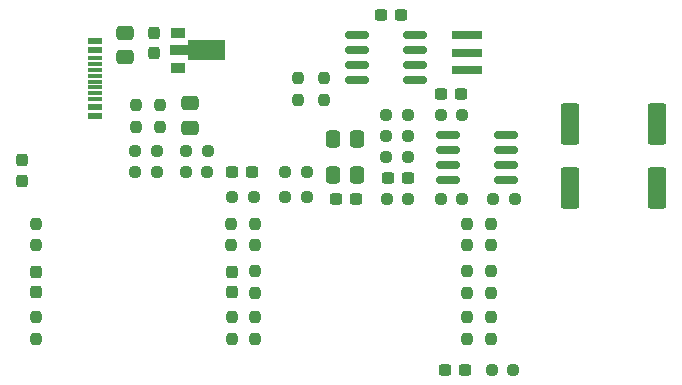
<source format=gbr>
%TF.GenerationSoftware,KiCad,Pcbnew,7.0.7*%
%TF.CreationDate,2024-04-15T22:15:05-04:00*%
%TF.ProjectId,metronome,6d657472-6f6e-46f6-9d65-2e6b69636164,rev?*%
%TF.SameCoordinates,Original*%
%TF.FileFunction,Paste,Top*%
%TF.FilePolarity,Positive*%
%FSLAX46Y46*%
G04 Gerber Fmt 4.6, Leading zero omitted, Abs format (unit mm)*
G04 Created by KiCad (PCBNEW 7.0.7) date 2024-04-15 22:15:05*
%MOMM*%
%LPD*%
G01*
G04 APERTURE LIST*
G04 Aperture macros list*
%AMRoundRect*
0 Rectangle with rounded corners*
0 $1 Rounding radius*
0 $2 $3 $4 $5 $6 $7 $8 $9 X,Y pos of 4 corners*
0 Add a 4 corners polygon primitive as box body*
4,1,4,$2,$3,$4,$5,$6,$7,$8,$9,$2,$3,0*
0 Add four circle primitives for the rounded corners*
1,1,$1+$1,$2,$3*
1,1,$1+$1,$4,$5*
1,1,$1+$1,$6,$7*
1,1,$1+$1,$8,$9*
0 Add four rect primitives between the rounded corners*
20,1,$1+$1,$2,$3,$4,$5,0*
20,1,$1+$1,$4,$5,$6,$7,0*
20,1,$1+$1,$6,$7,$8,$9,0*
20,1,$1+$1,$8,$9,$2,$3,0*%
%AMFreePoly0*
4,1,9,3.862500,-0.866500,0.737500,-0.866500,0.737500,-0.450000,-0.737500,-0.450000,-0.737500,0.450000,0.737500,0.450000,0.737500,0.866500,3.862500,0.866500,3.862500,-0.866500,3.862500,-0.866500,$1*%
G04 Aperture macros list end*
%ADD10RoundRect,0.237500X-0.237500X0.250000X-0.237500X-0.250000X0.237500X-0.250000X0.237500X0.250000X0*%
%ADD11RoundRect,0.237500X0.237500X-0.250000X0.237500X0.250000X-0.237500X0.250000X-0.237500X-0.250000X0*%
%ADD12RoundRect,0.150000X-0.825000X-0.150000X0.825000X-0.150000X0.825000X0.150000X-0.825000X0.150000X0*%
%ADD13RoundRect,0.237500X-0.250000X-0.237500X0.250000X-0.237500X0.250000X0.237500X-0.250000X0.237500X0*%
%ADD14RoundRect,0.237500X-0.300000X-0.237500X0.300000X-0.237500X0.300000X0.237500X-0.300000X0.237500X0*%
%ADD15R,1.160000X0.600000*%
%ADD16R,1.160000X0.300000*%
%ADD17R,2.600000X0.800000*%
%ADD18RoundRect,0.250000X0.475000X-0.337500X0.475000X0.337500X-0.475000X0.337500X-0.475000X-0.337500X0*%
%ADD19RoundRect,0.250000X-0.337500X-0.475000X0.337500X-0.475000X0.337500X0.475000X-0.337500X0.475000X0*%
%ADD20RoundRect,0.250000X-0.475000X0.337500X-0.475000X-0.337500X0.475000X-0.337500X0.475000X0.337500X0*%
%ADD21RoundRect,0.237500X0.237500X-0.300000X0.237500X0.300000X-0.237500X0.300000X-0.237500X-0.300000X0*%
%ADD22RoundRect,0.237500X0.300000X0.237500X-0.300000X0.237500X-0.300000X-0.237500X0.300000X-0.237500X0*%
%ADD23RoundRect,0.237500X0.250000X0.237500X-0.250000X0.237500X-0.250000X-0.237500X0.250000X-0.237500X0*%
%ADD24RoundRect,0.237500X-0.237500X0.300000X-0.237500X-0.300000X0.237500X-0.300000X0.237500X0.300000X0*%
%ADD25RoundRect,0.237500X-0.237500X0.287500X-0.237500X-0.287500X0.237500X-0.287500X0.237500X0.287500X0*%
%ADD26R,1.300000X0.900000*%
%ADD27FreePoly0,0.000000*%
%ADD28RoundRect,0.250000X0.550000X-1.500000X0.550000X1.500000X-0.550000X1.500000X-0.550000X-1.500000X0*%
G04 APERTURE END LIST*
D10*
%TO.C,R22*%
X119000000Y-62675000D03*
X119000000Y-64500000D03*
%TD*%
D11*
%TO.C,R7*%
X129000000Y-78550000D03*
X129000000Y-76725000D03*
%TD*%
%TO.C,R17*%
X110500000Y-82425000D03*
X110500000Y-80600000D03*
%TD*%
D12*
%TO.C,U3*%
X145353000Y-65151000D03*
X145353000Y-66421000D03*
X145353000Y-67691000D03*
X145353000Y-68961000D03*
X150303000Y-68961000D03*
X150303000Y-67691000D03*
X150303000Y-66421000D03*
X150303000Y-65151000D03*
%TD*%
D13*
%TO.C,R30*%
X140161000Y-63500000D03*
X141986000Y-63500000D03*
%TD*%
%TO.C,R19*%
X131600000Y-68300000D03*
X133425000Y-68300000D03*
%TD*%
%TO.C,R11*%
X140208000Y-70612000D03*
X142033000Y-70612000D03*
%TD*%
D14*
%TO.C,C6*%
X139675000Y-55000000D03*
X141400000Y-55000000D03*
%TD*%
D13*
%TO.C,R21*%
X149098000Y-85090000D03*
X150923000Y-85090000D03*
%TD*%
%TO.C,R32*%
X144780000Y-70612000D03*
X146605000Y-70612000D03*
%TD*%
D14*
%TO.C,C3*%
X127100000Y-68300000D03*
X128825000Y-68300000D03*
%TD*%
D13*
%TO.C,R1*%
X123200000Y-66500000D03*
X125025000Y-66500000D03*
%TD*%
D15*
%TO.C,J1*%
X115449800Y-57201200D03*
X115449800Y-58001200D03*
D16*
X115449800Y-59151200D03*
X115449800Y-60151200D03*
X115449800Y-60651200D03*
X115449800Y-61651200D03*
D15*
X115449800Y-62801200D03*
X115449800Y-63601200D03*
X115449800Y-63601200D03*
X115449800Y-62801200D03*
D16*
X115449800Y-62151200D03*
X115449800Y-61151200D03*
X115449800Y-59651200D03*
X115449800Y-58651200D03*
D15*
X115449800Y-58001200D03*
X115449800Y-57201200D03*
%TD*%
D11*
%TO.C,R23*%
X121000000Y-64500000D03*
X121000000Y-62675000D03*
%TD*%
D17*
%TO.C,Y1*%
X147000000Y-56700000D03*
X147000000Y-58200000D03*
X147000000Y-59700000D03*
%TD*%
D10*
%TO.C,R25*%
X132700000Y-60375000D03*
X132700000Y-62200000D03*
%TD*%
D11*
%TO.C,R15*%
X149000000Y-82425000D03*
X149000000Y-80600000D03*
%TD*%
D10*
%TO.C,R20*%
X149000000Y-72700000D03*
X149000000Y-74525000D03*
%TD*%
D13*
%TO.C,R10*%
X131600000Y-70400000D03*
X133425000Y-70400000D03*
%TD*%
D18*
%TO.C,C7*%
X118000000Y-58575000D03*
X118000000Y-56500000D03*
%TD*%
D19*
%TO.C,C12*%
X135636000Y-65532000D03*
X137711000Y-65532000D03*
%TD*%
D20*
%TO.C,C8*%
X123500000Y-62500000D03*
X123500000Y-64575000D03*
%TD*%
D12*
%TO.C,U1*%
X137668000Y-56730000D03*
X137668000Y-58000000D03*
X137668000Y-59270000D03*
X137668000Y-60540000D03*
X142618000Y-60540000D03*
X142618000Y-59270000D03*
X142618000Y-58000000D03*
X142618000Y-56730000D03*
%TD*%
D21*
%TO.C,C9*%
X120500000Y-58225000D03*
X120500000Y-56500000D03*
%TD*%
D22*
%TO.C,C15*%
X146505000Y-61722000D03*
X144780000Y-61722000D03*
%TD*%
D11*
%TO.C,R14*%
X147000000Y-82425000D03*
X147000000Y-80600000D03*
%TD*%
D23*
%TO.C,R3*%
X120700000Y-68300000D03*
X118875000Y-68300000D03*
%TD*%
D10*
%TO.C,R5*%
X127000000Y-72700000D03*
X127000000Y-74525000D03*
%TD*%
D19*
%TO.C,C14*%
X135636000Y-68580000D03*
X137711000Y-68580000D03*
%TD*%
D10*
%TO.C,R6*%
X129000000Y-80600000D03*
X129000000Y-82425000D03*
%TD*%
%TO.C,R24*%
X134900000Y-60375000D03*
X134900000Y-62200000D03*
%TD*%
D13*
%TO.C,R2*%
X123175000Y-68300000D03*
X125000000Y-68300000D03*
%TD*%
D23*
%TO.C,R29*%
X120700000Y-66500000D03*
X118875000Y-66500000D03*
%TD*%
D13*
%TO.C,R28*%
X144780000Y-63500000D03*
X146605000Y-63500000D03*
%TD*%
D24*
%TO.C,C1*%
X110500000Y-76775000D03*
X110500000Y-78500000D03*
%TD*%
%TO.C,C2*%
X127100000Y-76775000D03*
X127100000Y-78500000D03*
%TD*%
D23*
%TO.C,R27*%
X141986000Y-65278000D03*
X140161000Y-65278000D03*
%TD*%
D25*
%TO.C,D1*%
X109300000Y-67300000D03*
X109300000Y-69050000D03*
%TD*%
D22*
%TO.C,C5*%
X146812000Y-85090000D03*
X145087000Y-85090000D03*
%TD*%
D26*
%TO.C,U2*%
X122550000Y-56500000D03*
D27*
X122637500Y-58000000D03*
D26*
X122550000Y-59500000D03*
%TD*%
D11*
%TO.C,R4*%
X110500000Y-74525000D03*
X110500000Y-72700000D03*
%TD*%
D13*
%TO.C,R26*%
X140161000Y-67056000D03*
X141986000Y-67056000D03*
%TD*%
D11*
%TO.C,R18*%
X127100000Y-82425000D03*
X127100000Y-80600000D03*
%TD*%
%TO.C,R16*%
X149000000Y-78550000D03*
X149000000Y-76725000D03*
%TD*%
D10*
%TO.C,R13*%
X147000000Y-76725000D03*
X147000000Y-78550000D03*
%TD*%
D28*
%TO.C,C11*%
X163068000Y-69662000D03*
X163068000Y-64262000D03*
%TD*%
D14*
%TO.C,C4*%
X135890000Y-70612000D03*
X137615000Y-70612000D03*
%TD*%
D22*
%TO.C,C10*%
X141986000Y-68834000D03*
X140261000Y-68834000D03*
%TD*%
D23*
%TO.C,R9*%
X128912500Y-70400000D03*
X127087500Y-70400000D03*
%TD*%
D10*
%TO.C,R8*%
X129000000Y-72700000D03*
X129000000Y-74525000D03*
%TD*%
D13*
%TO.C,R31*%
X149201500Y-70612000D03*
X151026500Y-70612000D03*
%TD*%
D11*
%TO.C,R12*%
X147000000Y-74525000D03*
X147000000Y-72700000D03*
%TD*%
D28*
%TO.C,C13*%
X155702000Y-69662000D03*
X155702000Y-64262000D03*
%TD*%
M02*

</source>
